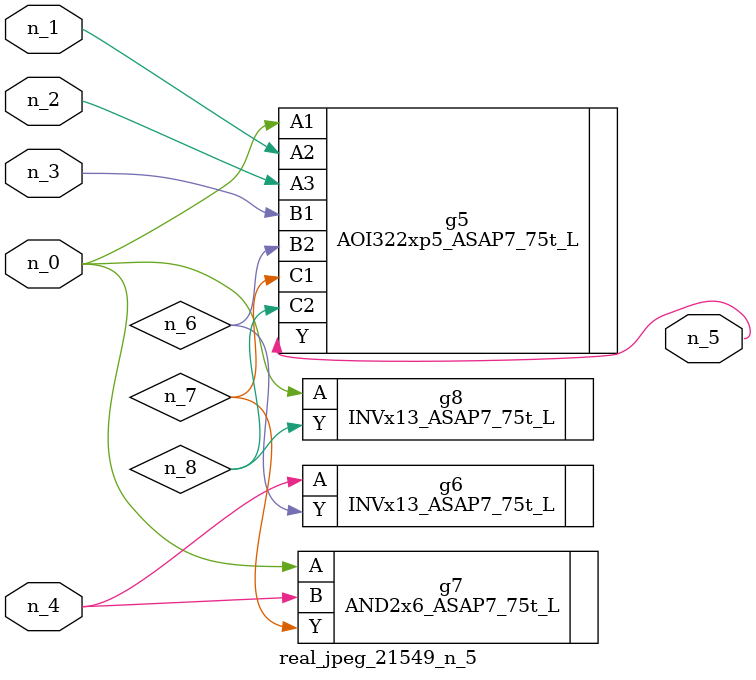
<source format=v>
module real_jpeg_21549_n_5 (n_4, n_0, n_1, n_2, n_3, n_5);

input n_4;
input n_0;
input n_1;
input n_2;
input n_3;

output n_5;

wire n_8;
wire n_6;
wire n_7;

AOI322xp5_ASAP7_75t_L g5 ( 
.A1(n_0),
.A2(n_1),
.A3(n_2),
.B1(n_3),
.B2(n_6),
.C1(n_7),
.C2(n_8),
.Y(n_5)
);

AND2x6_ASAP7_75t_L g7 ( 
.A(n_0),
.B(n_4),
.Y(n_7)
);

INVx13_ASAP7_75t_L g8 ( 
.A(n_0),
.Y(n_8)
);

INVx13_ASAP7_75t_L g6 ( 
.A(n_4),
.Y(n_6)
);


endmodule
</source>
